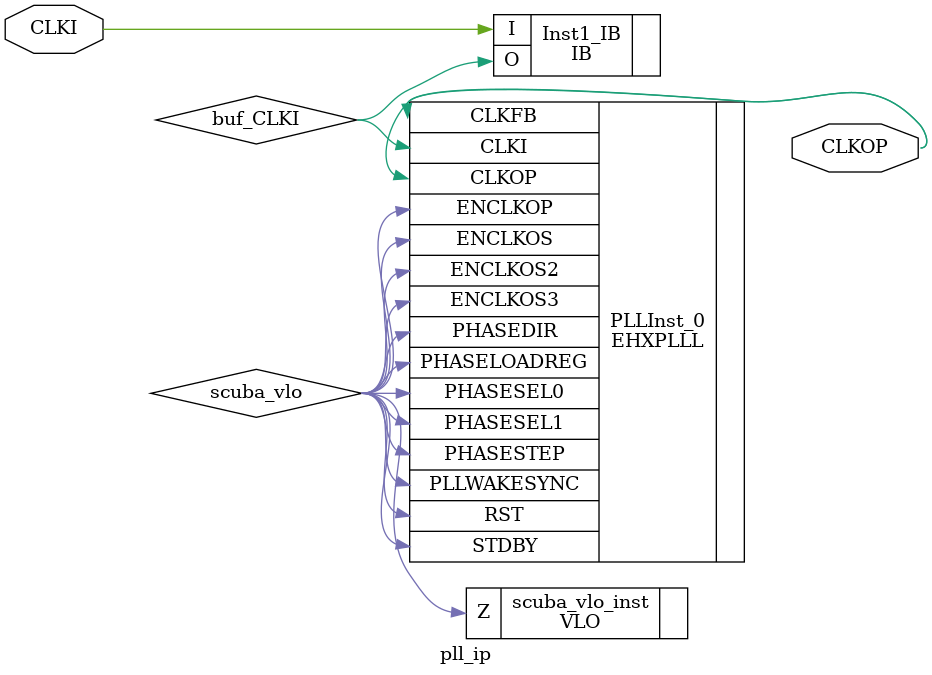
<source format=v>

module pll_ip (CLKI, CLKOP) /* synthesis NGD_DRC_MASK=1, syn_module_defined=1 */ ;   // f:/cypress_ecp/slfifo_prj_appnote_2/ip/pll/pll_ip/pll_ip.v(8[8:14])
    input CLKI /* synthesis black_box_pad_pin=1 */ ;   // f:/cypress_ecp/slfifo_prj_appnote_2/ip/pll/pll_ip/pll_ip.v(9[16:20])
    output CLKOP;   // f:/cypress_ecp/slfifo_prj_appnote_2/ip/pll/pll_ip/pll_ip.v(10[17:22])
    
    wire CLKOP /* synthesis is_clock=1 */ ;   // f:/cypress_ecp/slfifo_prj_appnote_2/ip/pll/pll_ip/pll_ip.v(10[17:22])
    wire buf_CLKI /* synthesis is_clock=1 */ ;   // f:/cypress_ecp/slfifo_prj_appnote_2/ip/pll/pll_ip/pll_ip.v(15[10:18])
    
    wire scuba_vlo, VCC_net;
    
    VLO scuba_vlo_inst (.Z(scuba_vlo));
    IB Inst1_IB (.I(CLKI), .O(buf_CLKI)) /* synthesis IO_TYPE="LVDS", syn_instantiated=1 */ ;   // f:/cypress_ecp/slfifo_prj_appnote_2/ip/pll/pll_ip/pll_ip.v(19[8:41])
    EHXPLLL PLLInst_0 (.CLKI(buf_CLKI), .CLKFB(CLKOP), .PHASESEL0(scuba_vlo), 
            .PHASESEL1(scuba_vlo), .PHASEDIR(scuba_vlo), .PHASESTEP(scuba_vlo), 
            .PHASELOADREG(scuba_vlo), .STDBY(scuba_vlo), .PLLWAKESYNC(scuba_vlo), 
            .RST(scuba_vlo), .ENCLKOP(scuba_vlo), .ENCLKOS(scuba_vlo), 
            .ENCLKOS2(scuba_vlo), .ENCLKOS3(scuba_vlo), .CLKOP(CLKOP)) /* synthesis FREQUENCY_PIN_CLKOP="100.000000", FREQUENCY_PIN_CLKI="100.000000", ICP_CURRENT="9", LPF_RESISTOR="72", syn_instantiated=1 */ ;
    defparam PLLInst_0.CLKI_DIV = 1;
    defparam PLLInst_0.CLKFB_DIV = 1;
    defparam PLLInst_0.CLKOP_DIV = 6;
    defparam PLLInst_0.CLKOS_DIV = 1;
    defparam PLLInst_0.CLKOS2_DIV = 1;
    defparam PLLInst_0.CLKOS3_DIV = 1;
    defparam PLLInst_0.CLKOP_ENABLE = "ENABLED";
    defparam PLLInst_0.CLKOS_ENABLE = "DISABLED";
    defparam PLLInst_0.CLKOS2_ENABLE = "DISABLED";
    defparam PLLInst_0.CLKOS3_ENABLE = "DISABLED";
    defparam PLLInst_0.CLKOP_CPHASE = 5;
    defparam PLLInst_0.CLKOS_CPHASE = 0;
    defparam PLLInst_0.CLKOS2_CPHASE = 0;
    defparam PLLInst_0.CLKOS3_CPHASE = 0;
    defparam PLLInst_0.CLKOP_FPHASE = 0;
    defparam PLLInst_0.CLKOS_FPHASE = 0;
    defparam PLLInst_0.CLKOS2_FPHASE = 0;
    defparam PLLInst_0.CLKOS3_FPHASE = 0;
    defparam PLLInst_0.FEEDBK_PATH = "CLKOP";
    defparam PLLInst_0.CLKOP_TRIM_POL = "FALLING";
    defparam PLLInst_0.CLKOP_TRIM_DELAY = 0;
    defparam PLLInst_0.CLKOS_TRIM_POL = "FALLING";
    defparam PLLInst_0.CLKOS_TRIM_DELAY = 0;
    defparam PLLInst_0.OUTDIVIDER_MUXA = "DIVA";
    defparam PLLInst_0.OUTDIVIDER_MUXB = "DIVB";
    defparam PLLInst_0.OUTDIVIDER_MUXC = "DIVC";
    defparam PLLInst_0.OUTDIVIDER_MUXD = "DIVD";
    defparam PLLInst_0.PLL_LOCK_MODE = 0;
    defparam PLLInst_0.PLL_LOCK_DELAY = 200;
    defparam PLLInst_0.STDBY_ENABLE = "DISABLED";
    defparam PLLInst_0.REFIN_RESET = "DISABLED";
    defparam PLLInst_0.SYNC_ENABLE = "DISABLED";
    defparam PLLInst_0.INT_LOCK_STICKY = "ENABLED";
    defparam PLLInst_0.DPHASE_SOURCE = "DISABLED";
    defparam PLLInst_0.PLLRST_ENA = "DISABLED";
    defparam PLLInst_0.INTFB_WAKE = "DISABLED";
    PUR PUR_INST (.PUR(VCC_net));
    defparam PUR_INST.RST_PULSE = 1;
    VHI i48 (.Z(VCC_net));
    GSR GSR_INST (.GSR(VCC_net));
    
endmodule
//
// Verilog Description of module PUR
// module not written out since it is a black-box. 
//


</source>
